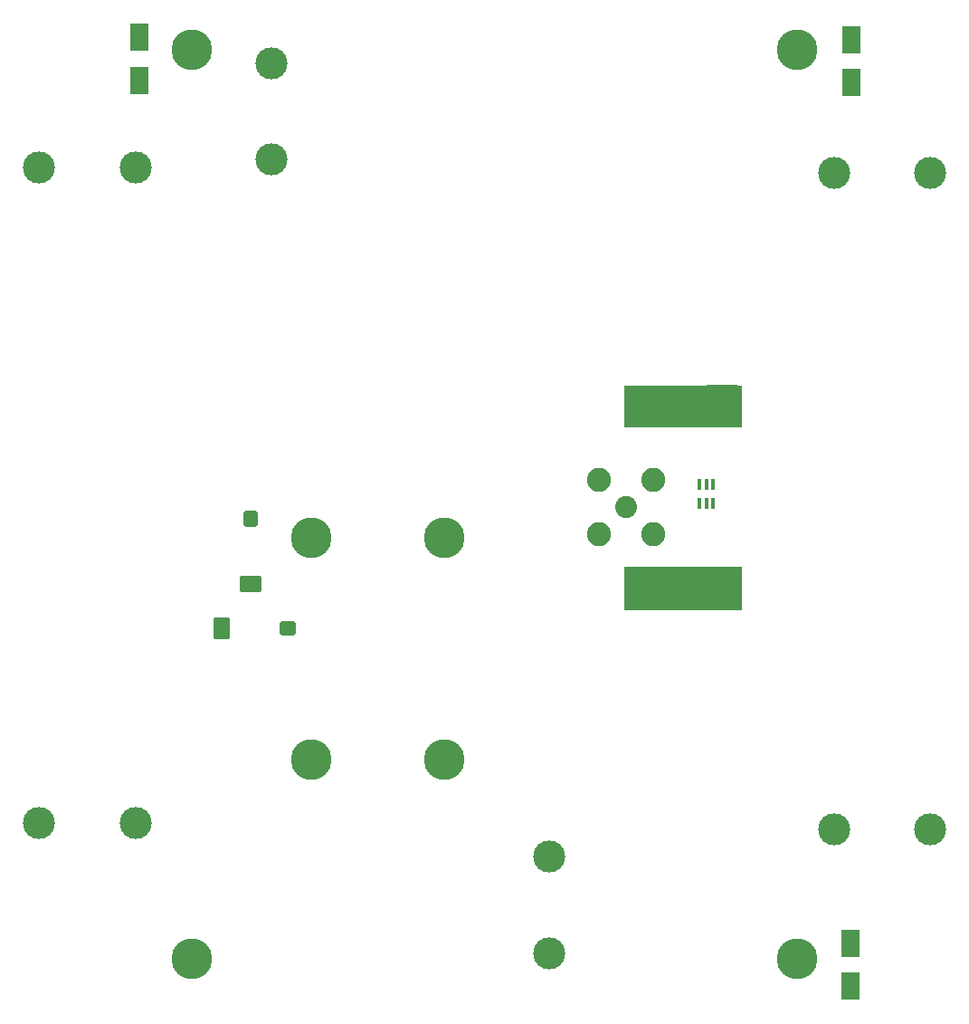
<source format=gts>
%TF.GenerationSoftware,KiCad,Pcbnew,9.0.1*%
%TF.CreationDate,2025-04-22T22:25:35-07:00*%
%TF.ProjectId,ZPlus_Panel,5a506c75-735f-4506-916e-656c2e6b6963,2.4*%
%TF.SameCoordinates,Original*%
%TF.FileFunction,Soldermask,Top*%
%TF.FilePolarity,Negative*%
%FSLAX46Y46*%
G04 Gerber Fmt 4.6, Leading zero omitted, Abs format (unit mm)*
G04 Created by KiCad (PCBNEW 9.0.1) date 2025-04-22 22:25:35*
%MOMM*%
%LPD*%
G01*
G04 APERTURE LIST*
G04 Aperture macros list*
%AMRoundRect*
0 Rectangle with rounded corners*
0 $1 Rounding radius*
0 $2 $3 $4 $5 $6 $7 $8 $9 X,Y pos of 4 corners*
0 Add a 4 corners polygon primitive as box body*
4,1,4,$2,$3,$4,$5,$6,$7,$8,$9,$2,$3,0*
0 Add four circle primitives for the rounded corners*
1,1,$1+$1,$2,$3*
1,1,$1+$1,$4,$5*
1,1,$1+$1,$6,$7*
1,1,$1+$1,$8,$9*
0 Add four rect primitives between the rounded corners*
20,1,$1+$1,$2,$3,$4,$5,0*
20,1,$1+$1,$4,$5,$6,$7,0*
20,1,$1+$1,$6,$7,$8,$9,0*
20,1,$1+$1,$8,$9,$2,$3,0*%
%AMFreePoly0*
4,1,5,2.000000,-5.500000,-2.000000,-5.500000,-2.000000,5.500000,2.000000,5.500000,2.000000,-5.500000,2.000000,-5.500000,$1*%
G04 Aperture macros list end*
%ADD10C,3.000000*%
%ADD11C,2.600000*%
%ADD12C,3.800000*%
%ADD13RoundRect,0.187500X-0.862500X0.562500X-0.862500X-0.562500X0.862500X-0.562500X0.862500X0.562500X0*%
%ADD14RoundRect,0.162500X-0.487500X0.587500X-0.487500X-0.587500X0.487500X-0.587500X0.487500X0.587500X0*%
%ADD15RoundRect,0.175000X-0.825000X0.525000X-0.825000X-0.525000X0.825000X-0.525000X0.825000X0.525000X0*%
%ADD16RoundRect,0.150000X-0.450000X0.550000X-0.450000X-0.550000X0.450000X-0.550000X0.450000X0.550000X0*%
%ADD17R,1.700000X2.500000*%
%ADD18FreePoly0,90.000000*%
%ADD19R,11.000000X4.000000*%
%ADD20R,3.000000X4.000000*%
%ADD21RoundRect,0.187500X0.562500X0.862500X-0.562500X0.862500X-0.562500X-0.862500X0.562500X-0.862500X0*%
%ADD22RoundRect,0.162500X0.587500X0.487500X-0.587500X0.487500X-0.587500X-0.487500X0.587500X-0.487500X0*%
%ADD23RoundRect,0.175000X0.525000X0.825000X-0.525000X0.825000X-0.525000X-0.825000X0.525000X-0.825000X0*%
%ADD24RoundRect,0.150000X0.550000X0.450000X-0.550000X0.450000X-0.550000X-0.450000X0.550000X-0.450000X0*%
%ADD25R,0.350000X1.000000*%
%ADD26C,2.050000*%
%ADD27C,2.250000*%
G04 APERTURE END LIST*
D10*
%TO.C,SC2*%
X106738000Y-56893200D03*
X115738000Y-56893200D03*
%TD*%
D11*
%TO.C,H2*%
X121026001Y-45885830D03*
D12*
X121026001Y-45885830D03*
%TD*%
D10*
%TO.C,SC4*%
X154438000Y-121350000D03*
X154438000Y-130350000D03*
%TD*%
D11*
%TO.C,H4*%
X132163000Y-112293200D03*
D12*
X132163000Y-112293200D03*
%TD*%
D11*
%TO.C,H8*%
X144663000Y-112293200D03*
D12*
X144663000Y-112293200D03*
%TD*%
D13*
%TO.C,D7*%
X126513000Y-95843200D03*
D14*
X126513000Y-89743200D03*
D15*
X126513000Y-95843200D03*
D16*
X126513000Y-89743200D03*
%TD*%
D11*
%TO.C,H7*%
X144663000Y-91493200D03*
D12*
X144663000Y-91493200D03*
%TD*%
D11*
%TO.C,H5*%
X177700001Y-45885830D03*
D12*
X177700001Y-45885830D03*
%TD*%
D17*
%TO.C,D0*%
X116088000Y-44718200D03*
X116088000Y-48718200D03*
%TD*%
D10*
%TO.C,SC1*%
X128463000Y-56118200D03*
X128463000Y-47118200D03*
%TD*%
%TO.C,SC6*%
X181138000Y-57393200D03*
X190138000Y-57393200D03*
%TD*%
D18*
%TO.C,AE1*%
X167008000Y-96273200D03*
D19*
X167008000Y-79193200D03*
D20*
X170608000Y-96283200D03*
X170608000Y-79183200D03*
%TD*%
D10*
%TO.C,SC3*%
X115738000Y-118193200D03*
X106738000Y-118193200D03*
%TD*%
D11*
%TO.C,H6*%
X177700001Y-130885830D03*
D12*
X177700001Y-130885830D03*
%TD*%
D21*
%TO.C,D8*%
X123863000Y-99968200D03*
D22*
X129963000Y-99968200D03*
D23*
X123863000Y-99968200D03*
D24*
X129963000Y-99968200D03*
%TD*%
D10*
%TO.C,SC5*%
X190138000Y-118793200D03*
X181138000Y-118793200D03*
%TD*%
D17*
%TO.C,D6*%
X182788000Y-44918200D03*
X182788000Y-48918200D03*
%TD*%
D11*
%TO.C,H1*%
X121026001Y-130885830D03*
D12*
X121026001Y-130885830D03*
%TD*%
D25*
%TO.C,U2*%
X168512000Y-88277200D03*
X169162000Y-88277200D03*
X169812000Y-88277200D03*
X169812000Y-86477200D03*
X169162000Y-86477200D03*
X168512000Y-86477200D03*
%TD*%
D11*
%TO.C,H3*%
X132163000Y-91493200D03*
D12*
X132163000Y-91493200D03*
%TD*%
D17*
%TO.C,D4*%
X182688000Y-129443200D03*
X182688000Y-133443200D03*
%TD*%
D26*
%TO.C,J1*%
X161638000Y-88593200D03*
D27*
X159098000Y-91133200D03*
X164178000Y-91133200D03*
X159098000Y-86053200D03*
X164178000Y-86053200D03*
%TD*%
M02*

</source>
